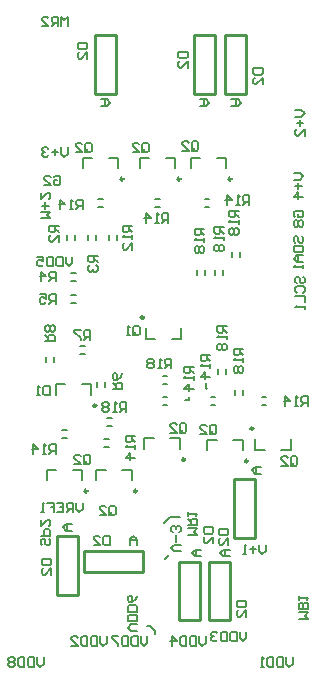
<source format=gbo>
%FSLAX25Y25*%
%MOIN*%
G70*
G01*
G75*
G04 Layer_Color=16776960*
%ADD10R,0.02756X0.03543*%
%ADD11R,0.03543X0.02756*%
%ADD12O,0.02362X0.09055*%
%ADD13R,0.22835X0.25197*%
%ADD14R,0.03150X0.08661*%
%ADD15R,0.02362X0.04528*%
%ADD16C,0.01000*%
%ADD17C,0.07000*%
%ADD18C,0.06400*%
%ADD19C,0.06500*%
%ADD20R,0.60500X0.07500*%
%ADD21R,0.08000X0.18500*%
%ADD22C,0.07874*%
%ADD23C,0.04500*%
%ADD24R,0.03740X0.03543*%
%ADD25R,0.03543X0.03740*%
%ADD26C,0.01969*%
%ADD27R,0.09000X0.09500*%
%ADD28C,0.02362*%
%ADD29C,0.00984*%
%ADD30C,0.00600*%
%ADD31C,0.00787*%
%ADD32C,0.00500*%
%ADD33R,0.03556X0.04343*%
%ADD34R,0.04343X0.03556*%
%ADD35O,0.03162X0.09855*%
%ADD36R,0.23635X0.25997*%
%ADD37R,0.03386X0.08898*%
%ADD38R,0.03162X0.05328*%
%ADD39C,0.08674*%
%ADD40C,0.00800*%
%ADD41C,0.05300*%
%ADD42R,0.04540X0.04343*%
%ADD43R,0.04343X0.04540*%
D16*
X88000Y194500D02*
X95000D01*
X88000D02*
Y214000D01*
X95000D01*
Y194500D02*
Y214000D01*
X77500Y194500D02*
X84500D01*
X77500D02*
Y214000D01*
X84500D01*
Y194500D02*
Y214000D01*
X44500Y194500D02*
X51500D01*
X44500D02*
Y214000D01*
X51500D01*
Y194500D02*
Y214000D01*
X91000Y66000D02*
X98000D01*
Y46500D02*
Y66000D01*
X91000Y46500D02*
X98000D01*
X91000D02*
Y66000D01*
X82500Y38500D02*
X89500D01*
Y19000D02*
Y38500D01*
X82500Y19000D02*
X89500D01*
X82500D02*
Y38500D01*
X72500D02*
X79500D01*
Y19000D02*
Y38500D01*
X72500Y19000D02*
X79500D01*
X72500D02*
Y38500D01*
X60500Y35000D02*
Y42000D01*
X41000Y35000D02*
X60500D01*
X41000D02*
Y42000D01*
X60500D01*
X32000Y47000D02*
X39000D01*
Y27500D02*
Y47000D01*
X32000Y27500D02*
X39000D01*
X32000D02*
Y47000D01*
D29*
X90079Y166071D02*
G03*
X90079Y166071I-492J0D01*
G01*
X73079D02*
G03*
X73079Y166071I-492J0D01*
G01*
X54079D02*
G03*
X54079Y166071I-492J0D01*
G01*
X97405Y82929D02*
G03*
X97405Y82929I-492J0D01*
G01*
X95579Y72071D02*
G03*
X95579Y72071I-492J0D01*
G01*
X74579Y72571D02*
G03*
X74579Y72571I-492J0D01*
G01*
X58579Y62071D02*
G03*
X58579Y62071I-492J0D01*
G01*
X42079D02*
G03*
X42079Y62071I-492J0D01*
G01*
X60905Y119929D02*
G03*
X60905Y119929I-492J0D01*
G01*
X45079Y90571D02*
G03*
X45079Y90571I-492J0D01*
G01*
D30*
X81500Y96500D02*
X82000Y96000D01*
X81500Y96500D02*
Y98000D01*
X74500Y92500D02*
X76000D01*
Y93500D01*
X67500Y51500D02*
X69500Y53500D01*
X73000D01*
X68000Y39500D02*
X69400Y40900D01*
X55000Y88500D02*
Y91699D01*
X53400D01*
X52867Y91166D01*
Y90100D01*
X53400Y89566D01*
X55000D01*
X53934D02*
X52867Y88500D01*
X51801D02*
X50735D01*
X51268D01*
Y91699D01*
X51801Y91166D01*
X49135D02*
X48602Y91699D01*
X47536D01*
X47003Y91166D01*
Y90633D01*
X47536Y90100D01*
X47003Y89566D01*
Y89033D01*
X47536Y88500D01*
X48602D01*
X49135Y89033D01*
Y89566D01*
X48602Y90100D01*
X49135Y90633D01*
Y91166D01*
X48602Y90100D02*
X47536D01*
X70000Y103000D02*
Y106199D01*
X68401D01*
X67867Y105666D01*
Y104599D01*
X68401Y104066D01*
X70000D01*
X68934D02*
X67867Y103000D01*
X66801D02*
X65735D01*
X66268D01*
Y106199D01*
X66801Y105666D01*
X64135D02*
X63602Y106199D01*
X62536D01*
X62003Y105666D01*
Y105133D01*
X62536Y104599D01*
X62003Y104066D01*
Y103533D01*
X62536Y103000D01*
X63602D01*
X64135Y103533D01*
Y104066D01*
X63602Y104599D01*
X64135Y105133D01*
Y105666D01*
X63602Y104599D02*
X62536D01*
X94000Y109500D02*
X90801D01*
Y107901D01*
X91334Y107367D01*
X92400D01*
X92934Y107901D01*
Y109500D01*
Y108434D02*
X94000Y107367D01*
Y106301D02*
Y105235D01*
Y105768D01*
X90801D01*
X91334Y106301D01*
Y103635D02*
X90801Y103102D01*
Y102036D01*
X91334Y101503D01*
X91867D01*
X92400Y102036D01*
X92934Y101503D01*
X93467D01*
X94000Y102036D01*
Y103102D01*
X93467Y103635D01*
X92934D01*
X92400Y103102D01*
X91867Y103635D01*
X91334D01*
X92400Y103102D02*
Y102036D01*
X88500Y117000D02*
X85301D01*
Y115401D01*
X85834Y114867D01*
X86901D01*
X87434Y115401D01*
Y117000D01*
Y115934D02*
X88500Y114867D01*
Y113801D02*
Y112735D01*
Y113268D01*
X85301D01*
X85834Y113801D01*
Y111135D02*
X85301Y110602D01*
Y109536D01*
X85834Y109003D01*
X86367D01*
X86901Y109536D01*
X87434Y109003D01*
X87967D01*
X88500Y109536D01*
Y110602D01*
X87967Y111135D01*
X87434D01*
X86901Y110602D01*
X86367Y111135D01*
X85834D01*
X86901Y110602D02*
Y109536D01*
X81000Y149500D02*
X77801D01*
Y147900D01*
X78334Y147367D01*
X79400D01*
X79934Y147900D01*
Y149500D01*
Y148434D02*
X81000Y147367D01*
Y146301D02*
Y145235D01*
Y145768D01*
X77801D01*
X78334Y146301D01*
Y143635D02*
X77801Y143102D01*
Y142036D01*
X78334Y141503D01*
X78867D01*
X79400Y142036D01*
X79934Y141503D01*
X80467D01*
X81000Y142036D01*
Y143102D01*
X80467Y143635D01*
X79934D01*
X79400Y143102D01*
X78867Y143635D01*
X78334D01*
X79400Y143102D02*
Y142036D01*
X87500Y150000D02*
X84301D01*
Y148400D01*
X84834Y147867D01*
X85900D01*
X86434Y148400D01*
Y150000D01*
Y148934D02*
X87500Y147867D01*
Y146801D02*
Y145735D01*
Y146268D01*
X84301D01*
X84834Y146801D01*
Y144135D02*
X84301Y143602D01*
Y142536D01*
X84834Y142003D01*
X85367D01*
X85900Y142536D01*
X86434Y142003D01*
X86967D01*
X87500Y142536D01*
Y143602D01*
X86967Y144135D01*
X86434D01*
X85900Y143602D01*
X85367Y144135D01*
X84834D01*
X85900Y143602D02*
Y142536D01*
X92500Y155500D02*
X89301D01*
Y153901D01*
X89834Y153367D01*
X90900D01*
X91434Y153901D01*
Y155500D01*
Y154434D02*
X92500Y153367D01*
Y152301D02*
Y151235D01*
Y151768D01*
X89301D01*
X89834Y152301D01*
Y149635D02*
X89301Y149102D01*
Y148036D01*
X89834Y147503D01*
X90367D01*
X90900Y148036D01*
X91434Y147503D01*
X91967D01*
X92500Y148036D01*
Y149102D01*
X91967Y149635D01*
X91434D01*
X90900Y149102D01*
X90367Y149635D01*
X89834D01*
X90900Y149102D02*
Y148036D01*
X40500Y58199D02*
Y56066D01*
X39434Y55000D01*
X38367Y56066D01*
Y58199D01*
X37301Y55000D02*
Y58199D01*
X35702D01*
X35168Y57666D01*
Y56599D01*
X35702Y56066D01*
X37301D01*
X36235D02*
X35168Y55000D01*
X31969Y58199D02*
X34102D01*
Y55000D01*
X31969D01*
X34102Y56599D02*
X33036D01*
X28770Y58199D02*
X30903D01*
Y56599D01*
X29837D01*
X30903D01*
Y55000D01*
X27704D02*
X26638D01*
X27171D01*
Y58199D01*
X27704Y57666D01*
X27500Y6699D02*
Y4566D01*
X26434Y3500D01*
X25367Y4566D01*
Y6699D01*
X24301D02*
Y3500D01*
X22702D01*
X22168Y4033D01*
Y6166D01*
X22702Y6699D01*
X24301D01*
X21102D02*
Y3500D01*
X19503D01*
X18969Y4033D01*
Y6166D01*
X19503Y6699D01*
X21102D01*
X17903Y6166D02*
X17370Y6699D01*
X16304D01*
X15770Y6166D01*
Y5633D01*
X16304Y5099D01*
X15770Y4566D01*
Y4033D01*
X16304Y3500D01*
X17370D01*
X17903Y4033D01*
Y4566D01*
X17370Y5099D01*
X17903Y5633D01*
Y6166D01*
X17370Y5099D02*
X16304D01*
X62000Y13699D02*
Y11566D01*
X60934Y10500D01*
X59867Y11566D01*
Y13699D01*
X58801D02*
Y10500D01*
X57201D01*
X56668Y11033D01*
Y13166D01*
X57201Y13699D01*
X58801D01*
X55602D02*
Y10500D01*
X54003D01*
X53469Y11033D01*
Y13166D01*
X54003Y13699D01*
X55602D01*
X52403D02*
X50270D01*
Y13166D01*
X52403Y11033D01*
Y10500D01*
X58699Y15500D02*
X56566D01*
X55500Y16566D01*
X56566Y17633D01*
X58699D01*
Y18699D02*
X55500D01*
Y20298D01*
X56033Y20832D01*
X58166D01*
X58699Y20298D01*
Y18699D01*
Y21898D02*
X55500D01*
Y23497D01*
X56033Y24031D01*
X58166D01*
X58699Y23497D01*
Y21898D01*
Y27230D02*
X58166Y26163D01*
X57099Y25097D01*
X56033D01*
X55500Y25630D01*
Y26696D01*
X56033Y27230D01*
X56566D01*
X57099Y26696D01*
Y25097D01*
X37000Y140199D02*
Y138066D01*
X35934Y137000D01*
X34867Y138066D01*
Y140199D01*
X33801D02*
Y137000D01*
X32201D01*
X31668Y137533D01*
Y139666D01*
X32201Y140199D01*
X33801D01*
X30602D02*
Y137000D01*
X29003D01*
X28469Y137533D01*
Y139666D01*
X29003Y140199D01*
X30602D01*
X25270D02*
X27403D01*
Y138600D01*
X26337Y139133D01*
X25804D01*
X25270Y138600D01*
Y137533D01*
X25804Y137000D01*
X26870D01*
X27403Y137533D01*
X81500Y13699D02*
Y11566D01*
X80434Y10500D01*
X79367Y11566D01*
Y13699D01*
X78301D02*
Y10500D01*
X76701D01*
X76168Y11033D01*
Y13166D01*
X76701Y13699D01*
X78301D01*
X75102D02*
Y10500D01*
X73503D01*
X72969Y11033D01*
Y13166D01*
X73503Y13699D01*
X75102D01*
X70304Y10500D02*
Y13699D01*
X71903Y12100D01*
X69770D01*
X95000Y15199D02*
Y13066D01*
X93934Y12000D01*
X92867Y13066D01*
Y15199D01*
X91801D02*
Y12000D01*
X90201D01*
X89668Y12533D01*
Y14666D01*
X90201Y15199D01*
X91801D01*
X88602D02*
Y12000D01*
X87003D01*
X86469Y12533D01*
Y14666D01*
X87003Y15199D01*
X88602D01*
X85403Y14666D02*
X84870Y15199D01*
X83804D01*
X83271Y14666D01*
Y14133D01*
X83804Y13600D01*
X84337D01*
X83804D01*
X83271Y13066D01*
Y12533D01*
X83804Y12000D01*
X84870D01*
X85403Y12533D01*
X48500Y13699D02*
Y11566D01*
X47434Y10500D01*
X46367Y11566D01*
Y13699D01*
X45301D02*
Y10500D01*
X43701D01*
X43168Y11033D01*
Y13166D01*
X43701Y13699D01*
X45301D01*
X42102D02*
Y10500D01*
X40503D01*
X39969Y11033D01*
Y13166D01*
X40503Y13699D01*
X42102D01*
X36770Y10500D02*
X38903D01*
X36770Y12633D01*
Y13166D01*
X37304Y13699D01*
X38370D01*
X38903Y13166D01*
X110500Y6699D02*
Y4566D01*
X109434Y3500D01*
X108367Y4566D01*
Y6699D01*
X107301D02*
Y3500D01*
X105701D01*
X105168Y4033D01*
Y6166D01*
X105701Y6699D01*
X107301D01*
X104102D02*
Y3500D01*
X102503D01*
X101969Y4033D01*
Y6166D01*
X102503Y6699D01*
X104102D01*
X100903Y3500D02*
X99837D01*
X100370D01*
Y6699D01*
X100903Y6166D01*
X73199Y42000D02*
X71066D01*
X70000Y43066D01*
X71066Y44133D01*
X73199D01*
X71600Y45199D02*
Y47332D01*
X72666Y48398D02*
X73199Y48931D01*
Y49997D01*
X72666Y50531D01*
X72133D01*
X71600Y49997D01*
Y49464D01*
Y49997D01*
X71066Y50531D01*
X70533D01*
X70000Y49997D01*
Y48931D01*
X70533Y48398D01*
X110801Y168000D02*
X112934D01*
X114000Y166934D01*
X112934Y165867D01*
X110801D01*
X112400Y164801D02*
Y162668D01*
X111334Y163735D02*
X113467D01*
X114000Y160003D02*
X110801D01*
X112400Y161602D01*
Y159469D01*
X35500Y176699D02*
Y174566D01*
X34434Y173500D01*
X33367Y174566D01*
Y176699D01*
X32301Y175100D02*
X30168D01*
X31235Y176166D02*
Y174033D01*
X29102Y176166D02*
X28569Y176699D01*
X27503D01*
X26969Y176166D01*
Y175633D01*
X27503Y175100D01*
X28036D01*
X27503D01*
X26969Y174566D01*
Y174033D01*
X27503Y173500D01*
X28569D01*
X29102Y174033D01*
X111301Y189000D02*
X113434D01*
X114500Y187934D01*
X113434Y186867D01*
X111301D01*
X112900Y185801D02*
Y183668D01*
X111834Y184735D02*
X113967D01*
X114500Y180469D02*
Y182602D01*
X112367Y180469D01*
X111834D01*
X111301Y181003D01*
Y182069D01*
X111834Y182602D01*
X101500Y44199D02*
Y42066D01*
X100434Y41000D01*
X99367Y42066D01*
Y44199D01*
X98301Y42599D02*
X96168D01*
X97235Y43666D02*
Y41533D01*
X95102Y41000D02*
X94036D01*
X94569D01*
Y44199D01*
X95102Y43666D01*
X29166Y46133D02*
X29699Y45599D01*
Y44533D01*
X29166Y44000D01*
X28633D01*
X28100Y44533D01*
Y45599D01*
X27566Y46133D01*
X27033D01*
X26500Y45599D01*
Y44533D01*
X27033Y44000D01*
X26500Y47199D02*
X29699D01*
Y48798D01*
X29166Y49332D01*
X28100D01*
X27566Y48798D01*
Y47199D01*
X26500Y52531D02*
Y50398D01*
X28633Y52531D01*
X29166D01*
X29699Y51997D01*
Y50931D01*
X29166Y50398D01*
X111334Y144867D02*
X110801Y145401D01*
Y146467D01*
X111334Y147000D01*
X111867D01*
X112400Y146467D01*
Y145401D01*
X112934Y144867D01*
X113467D01*
X114000Y145401D01*
Y146467D01*
X113467Y147000D01*
X110801Y143801D02*
X114000D01*
Y142201D01*
X113467Y141668D01*
X111334D01*
X110801Y142201D01*
Y143801D01*
X114000Y140602D02*
X111867D01*
X110801Y139536D01*
X111867Y138469D01*
X114000D01*
X112400D01*
Y140602D01*
X114000Y137403D02*
Y136337D01*
Y136870D01*
X110801D01*
X111334Y137403D01*
X111834Y131367D02*
X111301Y131901D01*
Y132967D01*
X111834Y133500D01*
X112367D01*
X112900Y132967D01*
Y131901D01*
X113434Y131367D01*
X113967D01*
X114500Y131901D01*
Y132967D01*
X113967Y133500D01*
X111834Y128168D02*
X111301Y128701D01*
Y129768D01*
X111834Y130301D01*
X113967D01*
X114500Y129768D01*
Y128701D01*
X113967Y128168D01*
X111301Y127102D02*
X114500D01*
Y124969D01*
Y123903D02*
Y122837D01*
Y123370D01*
X111301D01*
X111834Y123903D01*
X96000Y157500D02*
Y160699D01*
X94401D01*
X93867Y160166D01*
Y159099D01*
X94401Y158566D01*
X96000D01*
X94934D02*
X93867Y157500D01*
X92801D02*
X91735D01*
X92268D01*
Y160699D01*
X92801Y160166D01*
X88536Y157500D02*
Y160699D01*
X90135Y159099D01*
X88003D01*
X69000Y151500D02*
Y154699D01*
X67400D01*
X66867Y154166D01*
Y153100D01*
X67400Y152566D01*
X69000D01*
X67934D02*
X66867Y151500D01*
X65801D02*
X64735D01*
X65268D01*
Y154699D01*
X65801Y154166D01*
X61536Y151500D02*
Y154699D01*
X63135Y153100D01*
X61003D01*
X40500Y156000D02*
Y159199D01*
X38901D01*
X38367Y158666D01*
Y157599D01*
X38901Y157066D01*
X40500D01*
X39434D02*
X38367Y156000D01*
X37301D02*
X36235D01*
X36768D01*
Y159199D01*
X37301Y158666D01*
X33036Y156000D02*
Y159199D01*
X34635Y157599D01*
X32503D01*
X115500Y90500D02*
Y93699D01*
X113900D01*
X113367Y93166D01*
Y92099D01*
X113900Y91566D01*
X115500D01*
X114434D02*
X113367Y90500D01*
X112301D02*
X111235D01*
X111768D01*
Y93699D01*
X112301Y93166D01*
X108036Y90500D02*
Y93699D01*
X109635Y92099D01*
X107503D01*
X83000Y107500D02*
X79801D01*
Y105901D01*
X80334Y105367D01*
X81401D01*
X81934Y105901D01*
Y107500D01*
Y106434D02*
X83000Y105367D01*
Y104301D02*
Y103235D01*
Y103768D01*
X79801D01*
X80334Y104301D01*
X83000Y100036D02*
X79801D01*
X81401Y101635D01*
Y99503D01*
X77500Y103500D02*
X74301D01*
Y101900D01*
X74834Y101367D01*
X75901D01*
X76434Y101900D01*
Y103500D01*
Y102434D02*
X77500Y101367D01*
Y100301D02*
Y99235D01*
Y99768D01*
X74301D01*
X74834Y100301D01*
X77500Y96036D02*
X74301D01*
X75901Y97635D01*
Y95503D01*
X58000Y80500D02*
X54801D01*
Y78900D01*
X55334Y78367D01*
X56401D01*
X56934Y78900D01*
Y80500D01*
Y79434D02*
X58000Y78367D01*
Y77301D02*
Y76235D01*
Y76768D01*
X54801D01*
X55334Y77301D01*
X58000Y73036D02*
X54801D01*
X56401Y74635D01*
Y72503D01*
X31500Y74500D02*
Y77699D01*
X29901D01*
X29367Y77166D01*
Y76099D01*
X29901Y75566D01*
X31500D01*
X30434D02*
X29367Y74500D01*
X28301D02*
X27235D01*
X27768D01*
Y77699D01*
X28301Y77166D01*
X24036Y74500D02*
Y77699D01*
X25635Y76099D01*
X23503D01*
X57000Y150500D02*
X53801D01*
Y148900D01*
X54334Y148367D01*
X55401D01*
X55934Y148900D01*
Y150500D01*
Y149434D02*
X57000Y148367D01*
Y147301D02*
Y146235D01*
Y146768D01*
X53801D01*
X54334Y147301D01*
X57000Y142503D02*
Y144635D01*
X54867Y142503D01*
X54334D01*
X53801Y143036D01*
Y144102D01*
X54334Y144635D01*
X28000Y112000D02*
X31199D01*
Y113600D01*
X30666Y114133D01*
X29599D01*
X29066Y113600D01*
Y112000D01*
Y113066D02*
X28000Y114133D01*
X30666Y115199D02*
X31199Y115732D01*
Y116798D01*
X30666Y117332D01*
X30133D01*
X29599Y116798D01*
X29066Y117332D01*
X28533D01*
X28000Y116798D01*
Y115732D01*
X28533Y115199D01*
X29066D01*
X29599Y115732D01*
X30133Y115199D01*
X30666D01*
X29599Y115732D02*
Y116798D01*
X43000Y112500D02*
Y115699D01*
X41401D01*
X40867Y115166D01*
Y114100D01*
X41401Y113566D01*
X43000D01*
X41934D02*
X40867Y112500D01*
X39801Y115699D02*
X37668D01*
Y115166D01*
X39801Y113033D01*
Y112500D01*
X50500Y96000D02*
X53699D01*
Y97600D01*
X53166Y98133D01*
X52100D01*
X51566Y97600D01*
Y96000D01*
Y97066D02*
X50500Y98133D01*
X53699Y101332D02*
X53166Y100265D01*
X52100Y99199D01*
X51033D01*
X50500Y99732D01*
Y100798D01*
X51033Y101332D01*
X51566D01*
X52100Y100798D01*
Y99199D01*
X31500Y124500D02*
Y127699D01*
X29901D01*
X29367Y127166D01*
Y126100D01*
X29901Y125566D01*
X31500D01*
X30434D02*
X29367Y124500D01*
X26168Y127699D02*
X28301D01*
Y126100D01*
X27235Y126633D01*
X26702D01*
X26168Y126100D01*
Y125033D01*
X26702Y124500D01*
X27768D01*
X28301Y125033D01*
X31500Y132000D02*
Y135199D01*
X29901D01*
X29367Y134666D01*
Y133599D01*
X29901Y133066D01*
X31500D01*
X30434D02*
X29367Y132000D01*
X26702D02*
Y135199D01*
X28301Y133599D01*
X26168D01*
X45500Y140500D02*
X42301D01*
Y138900D01*
X42834Y138367D01*
X43900D01*
X44434Y138900D01*
Y140500D01*
Y139434D02*
X45500Y138367D01*
X42834Y137301D02*
X42301Y136768D01*
Y135702D01*
X42834Y135168D01*
X43367D01*
X43900Y135702D01*
Y136235D01*
Y135702D01*
X44434Y135168D01*
X44967D01*
X45500Y135702D01*
Y136768D01*
X44967Y137301D01*
X32500Y150500D02*
X29301D01*
Y148900D01*
X29834Y148367D01*
X30900D01*
X31434Y148900D01*
Y150500D01*
Y149434D02*
X32500Y148367D01*
Y145168D02*
Y147301D01*
X30367Y145168D01*
X29834D01*
X29301Y145702D01*
Y146768D01*
X29834Y147301D01*
X76867Y176033D02*
Y178166D01*
X77400Y178699D01*
X78467D01*
X79000Y178166D01*
Y176033D01*
X78467Y175500D01*
X77400D01*
X77934Y176566D02*
X76867Y175500D01*
X77400D02*
X76867Y176033D01*
X73668Y175500D02*
X75801D01*
X73668Y177633D01*
Y178166D01*
X74202Y178699D01*
X75268D01*
X75801Y178166D01*
X60367Y175533D02*
Y177666D01*
X60900Y178199D01*
X61967D01*
X62500Y177666D01*
Y175533D01*
X61967Y175000D01*
X60900D01*
X61434Y176066D02*
X60367Y175000D01*
X60900D02*
X60367Y175533D01*
X57168Y175000D02*
X59301D01*
X57168Y177133D01*
Y177666D01*
X57701Y178199D01*
X58768D01*
X59301Y177666D01*
X41367Y175533D02*
Y177666D01*
X41901Y178199D01*
X42967D01*
X43500Y177666D01*
Y175533D01*
X42967Y175000D01*
X41901D01*
X42434Y176066D02*
X41367Y175000D01*
X41901D02*
X41367Y175533D01*
X38168Y175000D02*
X40301D01*
X38168Y177133D01*
Y177666D01*
X38702Y178199D01*
X39768D01*
X40301Y177666D01*
X109867Y71033D02*
Y73166D01*
X110400Y73699D01*
X111467D01*
X112000Y73166D01*
Y71033D01*
X111467Y70500D01*
X110400D01*
X110934Y71566D02*
X109867Y70500D01*
X110400D02*
X109867Y71033D01*
X106668Y70500D02*
X108801D01*
X106668Y72633D01*
Y73166D01*
X107202Y73699D01*
X108268D01*
X108801Y73166D01*
X82867Y81533D02*
Y83666D01*
X83400Y84199D01*
X84467D01*
X85000Y83666D01*
Y81533D01*
X84467Y81000D01*
X83400D01*
X83934Y82066D02*
X82867Y81000D01*
X83400D02*
X82867Y81533D01*
X79668Y81000D02*
X81801D01*
X79668Y83133D01*
Y83666D01*
X80202Y84199D01*
X81268D01*
X81801Y83666D01*
X72867Y82033D02*
Y84166D01*
X73400Y84699D01*
X74467D01*
X75000Y84166D01*
Y82033D01*
X74467Y81500D01*
X73400D01*
X73934Y82566D02*
X72867Y81500D01*
X73400D02*
X72867Y82033D01*
X69668Y81500D02*
X71801D01*
X69668Y83633D01*
Y84166D01*
X70201Y84699D01*
X71268D01*
X71801Y84166D01*
X49367Y54533D02*
Y56666D01*
X49900Y57199D01*
X50967D01*
X51500Y56666D01*
Y54533D01*
X50967Y54000D01*
X49900D01*
X50434Y55066D02*
X49367Y54000D01*
X49900D02*
X49367Y54533D01*
X46168Y54000D02*
X48301D01*
X46168Y56133D01*
Y56666D01*
X46701Y57199D01*
X47768D01*
X48301Y56666D01*
X40867Y71533D02*
Y73666D01*
X41401Y74199D01*
X42467D01*
X43000Y73666D01*
Y71533D01*
X42467Y71000D01*
X41401D01*
X41934Y72066D02*
X40867Y71000D01*
X41401D02*
X40867Y71533D01*
X37668Y71000D02*
X39801D01*
X37668Y73133D01*
Y73666D01*
X38201Y74199D01*
X39268D01*
X39801Y73666D01*
X57367Y114533D02*
Y116666D01*
X57901Y117199D01*
X58967D01*
X59500Y116666D01*
Y114533D01*
X58967Y114000D01*
X57901D01*
X58434Y115066D02*
X57367Y114000D01*
X57901D02*
X57367Y114533D01*
X56301Y114000D02*
X55235D01*
X55768D01*
Y117199D01*
X56301Y116666D01*
X35500Y217000D02*
Y220199D01*
X34434Y219133D01*
X33367Y220199D01*
Y217000D01*
X32301D02*
Y220199D01*
X30702D01*
X30168Y219666D01*
Y218600D01*
X30702Y218066D01*
X32301D01*
X31235D02*
X30168Y217000D01*
X26969D02*
X29102D01*
X26969Y219133D01*
Y219666D01*
X27503Y220199D01*
X28569D01*
X29102Y219666D01*
X75500Y47500D02*
X78699D01*
X77633Y48566D01*
X78699Y49633D01*
X75500D01*
Y50699D02*
X78699D01*
Y52298D01*
X78166Y52832D01*
X77100D01*
X76566Y52298D01*
Y50699D01*
Y51765D02*
X75500Y52832D01*
Y53898D02*
Y54964D01*
Y54431D01*
X78699D01*
X78166Y53898D01*
X112500Y19500D02*
X115699D01*
X114633Y20566D01*
X115699Y21633D01*
X112500D01*
X115699Y22699D02*
X112500D01*
Y24298D01*
X113033Y24832D01*
X113566D01*
X114100Y24298D01*
Y22699D01*
Y24298D01*
X114633Y24832D01*
X115166D01*
X115699Y24298D01*
Y22699D01*
X112500Y25898D02*
Y26964D01*
Y26431D01*
X115699D01*
X115166Y25898D01*
X26500Y153000D02*
X29699D01*
X28633Y154066D01*
X29699Y155133D01*
X26500D01*
X28100Y156199D02*
Y158332D01*
X29166Y157265D02*
X27033D01*
X26500Y161531D02*
Y159398D01*
X28633Y161531D01*
X29166D01*
X29699Y160997D01*
Y159931D01*
X29166Y159398D01*
X111334Y153367D02*
X110801Y153901D01*
Y154967D01*
X111334Y155500D01*
X113467D01*
X114000Y154967D01*
Y153901D01*
X113467Y153367D01*
X112400D01*
Y154434D01*
X111334Y152301D02*
X110801Y151768D01*
Y150701D01*
X111334Y150168D01*
X111867D01*
X112400Y150701D01*
X112934Y150168D01*
X113467D01*
X114000Y150701D01*
Y151768D01*
X113467Y152301D01*
X112934D01*
X112400Y151768D01*
X111867Y152301D01*
X111334D01*
X112400Y151768D02*
Y150701D01*
X30867Y166666D02*
X31400Y167199D01*
X32467D01*
X33000Y166666D01*
Y164533D01*
X32467Y164000D01*
X31400D01*
X30867Y164533D01*
Y165600D01*
X31934D01*
X27668Y164000D02*
X29801D01*
X27668Y166133D01*
Y166666D01*
X28201Y167199D01*
X29268D01*
X29801Y166666D01*
X97301Y203000D02*
X100500D01*
Y201400D01*
X99967Y200867D01*
X97834D01*
X97301Y201400D01*
Y203000D01*
X100500Y197668D02*
Y199801D01*
X98367Y197668D01*
X97834D01*
X97301Y198202D01*
Y199268D01*
X97834Y199801D01*
X90000Y190500D02*
X92133D01*
X93199Y191566D01*
X92133Y192633D01*
X90000D01*
X91600D01*
Y190500D01*
X72301Y208500D02*
X75500D01*
Y206901D01*
X74967Y206367D01*
X72834D01*
X72301Y206901D01*
Y208500D01*
X75500Y203168D02*
Y205301D01*
X73367Y203168D01*
X72834D01*
X72301Y203701D01*
Y204768D01*
X72834Y205301D01*
X79500Y190500D02*
X81633D01*
X82699Y191566D01*
X81633Y192633D01*
X79500D01*
X81099D01*
Y190500D01*
X38801Y211500D02*
X42000D01*
Y209900D01*
X41467Y209367D01*
X39334D01*
X38801Y209900D01*
Y211500D01*
X42000Y206168D02*
Y208301D01*
X39867Y206168D01*
X39334D01*
X38801Y206701D01*
Y207768D01*
X39334Y208301D01*
X46500Y190500D02*
X48633D01*
X49699Y191566D01*
X48633Y192633D01*
X46500D01*
X48099D01*
Y190500D01*
X85801Y49500D02*
X89000D01*
Y47901D01*
X88467Y47367D01*
X86334D01*
X85801Y47901D01*
Y49500D01*
X89000Y44168D02*
Y46301D01*
X86867Y44168D01*
X86334D01*
X85801Y44701D01*
Y45768D01*
X86334Y46301D01*
X100000Y70000D02*
X97867D01*
X96801Y68934D01*
X97867Y67867D01*
X100000D01*
X98400D01*
Y70000D01*
X91801Y25500D02*
X95000D01*
Y23900D01*
X94467Y23367D01*
X92334D01*
X91801Y23900D01*
Y25500D01*
X95000Y20168D02*
Y22301D01*
X92867Y20168D01*
X92334D01*
X91801Y20702D01*
Y21768D01*
X92334Y22301D01*
X89500Y42500D02*
X87367D01*
X86301Y41434D01*
X87367Y40367D01*
X89500D01*
X87901D01*
Y42500D01*
X80801Y50000D02*
X84000D01*
Y48401D01*
X83467Y47867D01*
X81334D01*
X80801Y48401D01*
Y50000D01*
X84000Y44668D02*
Y46801D01*
X81867Y44668D01*
X81334D01*
X80801Y45202D01*
Y46268D01*
X81334Y46801D01*
X80000Y42500D02*
X77867D01*
X76801Y41434D01*
X77867Y40367D01*
X80000D01*
X78400D01*
Y42500D01*
X49500Y47199D02*
Y44000D01*
X47901D01*
X47367Y44533D01*
Y46666D01*
X47901Y47199D01*
X49500D01*
X44168Y44000D02*
X46301D01*
X44168Y46133D01*
Y46666D01*
X44701Y47199D01*
X45768D01*
X46301Y46666D01*
X58500Y44000D02*
Y46133D01*
X57434Y47199D01*
X56367Y46133D01*
Y44000D01*
Y45599D01*
X58500D01*
X26801Y39500D02*
X30000D01*
Y37901D01*
X29467Y37367D01*
X27334D01*
X26801Y37901D01*
Y39500D01*
X30000Y34168D02*
Y36301D01*
X27867Y34168D01*
X27334D01*
X26801Y34701D01*
Y35768D01*
X27334Y36301D01*
X37000Y51000D02*
X34867D01*
X33801Y49934D01*
X34867Y48867D01*
X37000D01*
X35401D01*
Y51000D01*
X29500Y97199D02*
Y94000D01*
X27900D01*
X27367Y94533D01*
Y96666D01*
X27900Y97199D01*
X29500D01*
X26301Y94000D02*
X25235D01*
X25768D01*
Y97199D01*
X26301Y96666D01*
D31*
X48713Y86378D02*
X50287D01*
X48713Y83622D02*
X50287D01*
X67213Y97622D02*
X68787D01*
X67213Y100378D02*
X68787D01*
X91122Y94213D02*
Y95787D01*
X93878Y94213D02*
Y95787D01*
X85575Y101260D02*
Y102835D01*
X88331Y101260D02*
Y102835D01*
X81378Y134213D02*
Y135787D01*
X78622Y134213D02*
Y135787D01*
X87378Y134213D02*
Y135787D01*
X84622Y134213D02*
Y135787D01*
X92878Y140213D02*
Y141787D01*
X90122Y140213D02*
Y141787D01*
X81213Y159378D02*
X82787D01*
X81213Y156622D02*
X82787D01*
X64713Y159378D02*
X66287D01*
X64713Y156622D02*
X66287D01*
X45713Y159378D02*
X47287D01*
X45713Y156622D02*
X47287D01*
X100213Y90622D02*
X101787D01*
X100213Y93378D02*
X101787D01*
X83213Y93378D02*
X84787D01*
X83213Y90622D02*
X84787D01*
X67213Y93378D02*
X68787D01*
X67213Y90622D02*
X68787D01*
X47713Y79378D02*
X49287D01*
X47713Y76622D02*
X49287D01*
X33713Y82378D02*
X35287D01*
X33713Y79622D02*
X35287D01*
X49122Y145713D02*
Y147287D01*
X51878Y145713D02*
Y147287D01*
X30878Y105213D02*
Y106787D01*
X28122Y105213D02*
Y106787D01*
X39713Y107622D02*
X41287D01*
X39713Y110378D02*
X41287D01*
X45122Y96713D02*
Y98287D01*
X47878Y96713D02*
Y98287D01*
X36713Y124622D02*
X38287D01*
X36713Y127378D02*
X38287D01*
X36713Y132122D02*
X38287D01*
X36713Y134878D02*
X38287D01*
X44878Y145713D02*
Y147287D01*
X42122Y145713D02*
Y147287D01*
X35122Y145713D02*
Y147287D01*
X37878Y145713D02*
Y147287D01*
X88406Y169713D02*
Y173256D01*
X85256D02*
X88406D01*
X76595Y169713D02*
Y173256D01*
X79744D01*
X71406Y169713D02*
Y173256D01*
X68256D02*
X71406D01*
X59595Y169713D02*
Y173256D01*
X62744D01*
X52406Y169713D02*
Y173256D01*
X49256D02*
X52406D01*
X40595Y169713D02*
Y173256D01*
X43744D01*
X98094Y75744D02*
Y79287D01*
Y75744D02*
X101244D01*
X109906D02*
Y79287D01*
X106756Y75744D02*
X109906D01*
X93906Y75713D02*
Y79256D01*
X90756D02*
X93906D01*
X82095Y75713D02*
Y79256D01*
X85244D01*
X72905Y76213D02*
Y79756D01*
X69756D02*
X72905D01*
X61094Y76213D02*
Y79756D01*
X64244D01*
X56906Y65713D02*
Y69256D01*
X53756D02*
X56906D01*
X45094Y65713D02*
Y69256D01*
X48244D01*
X40405Y65713D02*
Y69256D01*
X37256D02*
X40405D01*
X28594Y65713D02*
Y69256D01*
X31744D01*
X61594Y112744D02*
Y116287D01*
Y112744D02*
X64744D01*
X73405D02*
Y116287D01*
X70256Y112744D02*
X73405D01*
X43406Y94213D02*
Y97756D01*
X40256D02*
X43406D01*
X31594Y94213D02*
Y97756D01*
X34744D01*
D32*
X62000Y17000D02*
X63000D01*
X64500Y14500D02*
Y15500D01*
X63000Y17000D02*
X64500Y15500D01*
M02*

</source>
